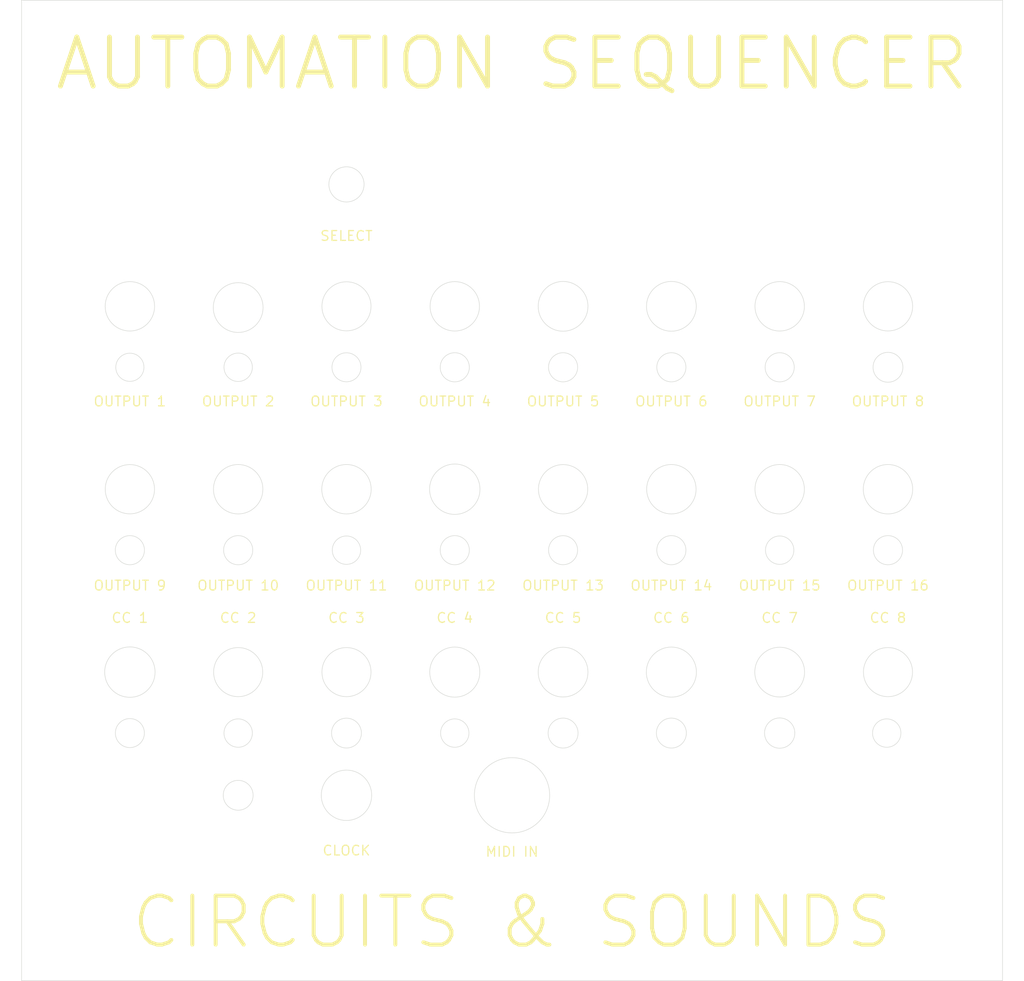
<source format=kicad_pcb>
(kicad_pcb (version 20221018) (generator pcbnew)
  (layers (0 "F.Cu" signal) (31 "B.Cu" signal) (34 "B.Paste" user) (35 "F.Paste" user) (36 "B.SilkS" user "B.Silkscreen") (37 "F.SilkS" user "F.Silkscreen") (38 "B.Mask" user) (39 "F.Mask" user) (44 "Edge.Cuts" user))
  (net 0 "")
  (footprint "MountingHole:MountingHole_3.2mm_M3" (layer "F.Cu") (at 291.592 55.88)
    (fp_text reference "REF**" hide)
    (fp_text value "MountingHole_3.2mm_M3")
    (pad "" np_thru_hole circle (at 0 0) (size 3.2 3.2) (drill 3.2) (layers "F&B.Cu" "*.Mask"))
  )
  (footprint "MountingHole:MountingHole_3.2mm_M3" (layer "F.Cu") (at 206.502 213.106)
    (fp_text reference "REF**" hide)
    (fp_text value "MountingHole_3.2mm_M3")
    (pad "" np_thru_hole circle (at 0 0) (size 3.2 3.2) (drill 3.2) (layers "*.Cu" "*.Mask"))
  )
  (footprint "MountingHole:MountingHole_3.2mm_M3" (layer "F.Cu") (at 101.6 55.88)
    (fp_text reference "REF**" hide)
    (fp_text value "MountingHole_3.2mm_M3")
    (pad "" np_thru_hole circle (at 0 0) (size 3.2 3.2) (drill 3.2) (layers "*.Cu" "*.Mask"))
  )
  (footprint "MountingHole:MountingHole_3.2mm_M3" (layer "F.Cu") (at 186.69 213.106)
    (fp_text reference "REF**" hide)
    (fp_text value "MountingHole_3.2mm_M3")
    (pad "" np_thru_hole circle (at 0 0) (size 3.2 3.2) (drill 3.2) (layers "F&B.Cu" "*.Mask"))
  )
  (footprint "MountingHole:MountingHole_3.2mm_M3" (layer "F.Cu") (at 291.592 245.872)
    (fp_text reference "REF**" hide)
    (fp_text value "MountingHole_3.2mm_M3")
    (pad "" np_thru_hole circle (at 0 0) (size 3.2 3.2) (drill 3.2) (layers "F&B.Cu" "*.Mask"))
  )
  (footprint "MountingHole:MountingHole_3.2mm_M3" (layer "F.Cu") (at 101.6 245.872)
    (fp_text reference "REF**" hide)
    (fp_text value "MountingHole_3.2mm_M3")
    (pad "" np_thru_hole circle (at 0 0) (size 3.2 3.2) (drill 3.2) (layers "F&B.Cu" "*.Mask"))
  )
  (gr_circle (center 140.716 163.068) (end 141.732 165.862) (stroke (width 0.1)) (fill none) (layer "Edge.Cuts"))
  (gr_circle (center 273.304 150.622) (end 277.114 153.924) (stroke (width 0.1)) (fill none) (layer "Edge.Cuts"))
  (gr_circle (center 273.304 163.068) (end 274.32 165.862) (stroke (width 0.1)) (fill none) (layer "Edge.Cuts"))
  (gr_circle (center 273.304 113.284) (end 276.86 116.84) (stroke (width 0.1)) (fill none) (layer "Edge.Cuts"))
  (gr_circle (center 184.912 200.406) (end 185.674 203.2) (stroke (width 0.1)) (fill none) (layer "Edge.Cuts"))
  (gr_circle (center 251.206 187.96) (end 254.254 192.024) (stroke (width 0.1)) (fill none) (layer "Edge.Cuts"))
  (gr_circle (center 273.304 187.96) (end 275.844 192.278) (stroke (width 0.1)) (fill none) (layer "Edge.Cuts"))
  (gr_circle (center 196.596 213.106) (end 202.946 217.424) (stroke (width 0.1)) (fill none) (layer "Edge.Cuts"))
  (gr_circle (center 118.618 150.622) (end 122.174 154.178) (stroke (width 0.1)) (fill none) (layer "Edge.Cuts"))
  (gr_circle (center 140.716 125.73) (end 142.494 128.016) (stroke (width 0.1)) (fill none) (layer "Edge.Cuts"))
  (gr_circle (center 184.912 187.96) (end 187.198 192.532) (stroke (width 0.1)) (fill none) (layer "Edge.Cuts"))
  (gr_circle (center 207.01 150.622) (end 210.566 154.178) (stroke (width 0.1)) (fill none) (layer "Edge.Cuts"))
  (gr_circle (center 207.01 113.284) (end 211.074 116.332) (stroke (width 0.1)) (fill none) (layer "Edge.Cuts"))
  (gr_circle (center 229.108 150.622) (end 232.41 154.432) (stroke (width 0.1)) (fill none) (layer "Edge.Cuts"))
  (gr_circle (center 184.912 125.73) (end 185.928 128.524) (stroke (width 0.1)) (fill none) (layer "Edge.Cuts"))
  (gr_circle (center 251.206 150.622) (end 254.508 154.432) (stroke (width 0.1)) (fill none) (layer "Edge.Cuts"))
  (gr_circle (center 251.206 200.406) (end 251.714 203.454) (stroke (width 0.1)) (fill none) (layer "Edge.Cuts"))
  (gr_circle (center 229.108 187.96) (end 231.394 192.532) (stroke (width 0.1)) (fill none) (layer "Edge.Cuts"))
  (gr_circle (center 162.814 213.106) (end 167.132 215.9) (stroke (width 0.1)) (fill none) (layer "Edge.Cuts"))
  (gr_circle (center 229.108 113.284) (end 233.172 116.332) (stroke (width 0.1)) (fill none) (layer "Edge.Cuts"))
  (gr_circle (center 118.618 113.284) (end 122.428 116.586) (stroke (width 0.1)) (fill none) (layer "Edge.Cuts"))
  (gr_circle (center 251.206 125.73) (end 252.222 128.524) (stroke (width 0.1)) (fill none) (layer "Edge.Cuts"))
  (gr_circle (center 184.912 113.284) (end 188.722 116.586) (stroke (width 0.1)) (fill none) (layer "Edge.Cuts"))
  (gr_line (start 96.52 50.8) (end 96.52 250.952) (stroke (width 0.1)) (layer "Edge.Cuts"))
  (gr_circle (center 251.206 163.068) (end 251.968 165.862) (stroke (width 0.1)) (fill none) (layer "Edge.Cuts"))
  (gr_circle (center 140.716 200.406) (end 141.478 203.2) (stroke (width 0.1)) (fill none) (layer "Edge.Cuts"))
  (gr_circle (center 207.01 187.96) (end 210.058 192.024) (stroke (width 0.1)) (fill none) (layer "Edge.Cuts"))
  (gr_circle (center 184.912 163.068) (end 185.928 165.862) (stroke (width 0.1)) (fill none) (layer "Edge.Cuts"))
  (gr_circle (center 229.108 200.406) (end 229.362 203.454) (stroke (width 0.1)) (fill none) (layer "Edge.Cuts"))
  (gr_circle (center 273.05 200.406) (end 273.812 203.2) (stroke (width 0.1)) (fill none) (layer "Edge.Cuts"))
  (gr_circle (center 207.01 163.068) (end 208.534 165.608) (stroke (width 0.1)) (fill none) (layer "Edge.Cuts"))
  (gr_circle (center 140.716 150.622) (end 144.526 153.924) (stroke (width 0.1)) (fill none) (layer "Edge.Cuts"))
  (gr_circle (center 162.814 150.622) (end 166.116 154.432) (stroke (width 0.1)) (fill none) (layer "Edge.Cuts"))
  (gr_circle (center 118.618 163.068) (end 119.634 165.862) (stroke (width 0.1)) (fill none) (layer "Edge.Cuts"))
  (gr_circle (center 229.108 163.068) (end 230.124 165.862) (stroke (width 0.1)) (fill none) (layer "Edge.Cuts"))
  (gr_circle (center 118.618 125.73) (end 120.65 127.762) (stroke (width 0.1)) (fill none) (layer "Edge.Cuts"))
  (gr_circle (center 140.716 187.96) (end 143.256 192.278) (stroke (width 0.1)) (fill none) (layer "Edge.Cuts"))
  (gr_circle (center 118.618 187.96) (end 121.412 192.278) (stroke (width 0.1)) (fill none) (layer "Edge.Cuts"))
  (gr_circle (center 162.814 125.73) (end 164.338 128.27) (stroke (width 0.1)) (fill none) (layer "Edge.Cuts"))
  (gr_circle (center 229.108 125.73) (end 230.124 128.524) (stroke (width 0.1)) (fill none) (layer "Edge.Cuts"))
  (gr_line (start 96.52 250.952) (end 296.672 250.952) (stroke (width 0.1)) (layer "Edge.Cuts"))
  (gr_circle (center 140.716 213.106) (end 140.716 216.154) (stroke (width 0.1)) (fill none) (layer "Edge.Cuts"))
  (gr_circle (center 273.304 125.73) (end 273.304 128.778) (stroke (width 0.1)) (fill none) (layer "Edge.Cuts"))
  (gr_circle (center 207.01 200.406) (end 207.264 203.454) (stroke (width 0.1)) (fill none) (layer "Edge.Cuts"))
  (gr_line (start 296.672 50.8) (end 296.672 250.952) (stroke (width 0.1)) (layer "Edge.Cuts"))
  (gr_circle (center 184.912 150.622) (end 189.23 153.416) (stroke (width 0.1)) (fill none) (layer "Edge.Cuts"))
  (gr_circle (center 162.814 200.406) (end 162.814 203.454) (stroke (width 0.1)) (fill none) (layer "Edge.Cuts"))
  (gr_circle (center 251.206 113.284) (end 254.508 117.094) (stroke (width 0.1)) (fill none) (layer "Edge.Cuts"))
  (gr_circle (center 207.01 125.73) (end 208.026 128.524) (stroke (width 0.1)) (fill none) (layer "Edge.Cuts"))
  (gr_circle (center 162.814 88.392) (end 165.354 90.932) (stroke (width 0.1)) (fill none) (layer "Edge.Cuts"))
  (gr_line (start 296.672 50.8) (end 96.52 50.8) (stroke (width 0.1)) (layer "Edge.Cuts"))
  (gr_circle (center 162.814 187.96) (end 165.354 192.278) (stroke (width 0.1)) (fill none) (layer "Edge.Cuts"))
  (gr_circle (center 118.618 200.406) (end 120.142 202.946) (stroke (width 0.1)) (fill none) (layer "Edge.Cuts"))
  (gr_circle (center 162.814 113.284) (end 167.132 115.824) (stroke (width 0.1)) (fill none) (layer "Edge.Cuts"))
  (gr_circle (center 140.716 113.538) (end 143.764 117.602) (stroke (width 0.1)) (fill none) (layer "Edge.Cuts"))
  (gr_circle (center 162.814 163.068) (end 163.576 165.862) (stroke (width 0.1)) (fill none) (layer "Edge.Cuts"))
  (gr_text "CC 4" (at 184.912 178.054) (layer "F.SilkS") (effects (font (size 2 2) (thickness 0.25)) (justify bottom)))
  (gr_text "OUTPUT 7" (at 251.206 133.858) (layer "F.SilkS") (effects (font (size 2 2) (thickness 0.25)) (justify bottom)))
  (gr_text "CC 2" (at 140.716 178.054) (layer "F.SilkS") (effects (font (size 2 2) (thickness 0.25)) (justify bottom)))
  (gr_text "CLOCK" (at 162.814 225.552) (layer "F.SilkS") (effects (font (size 2 2) (thickness 0.25)) (justify bottom)))
  (gr_text "OUTPUT 8" (at 273.304 133.858) (layer "F.SilkS") (effects (font (size 2 2) (thickness 0.25)) (justify bottom)))
  (gr_text "OUTPUT 13" (at 207.01 171.45) (layer "F.SilkS") (effects (font (size 2 2) (thickness 0.25)) (justify bottom)))
  (gr_text "CC 8" (at 273.304 178.054) (layer "F.SilkS") (effects (font (size 2 2) (thickness 0.25)) (justify bottom)))
  (gr_text "OUTPUT 9" (at 118.618 171.45) (layer "F.SilkS") (effects (font (size 2 2) (thickness 0.25)) (justify bottom)))
  (gr_text "OUTPUT 12" (at 184.912 171.45) (layer "F.SilkS") (effects (font (size 2 2) (thickness 0.25)) (justify bottom)))
  (gr_text "OUTPUT 11" (at 162.814 171.45) (layer "F.SilkS") (effects (font (size 2 2) (thickness 0.25)) (justify bottom)))
  (gr_text "SELECT" (at 162.814 100.076) (layer "F.SilkS") (effects (font (size 2 2) (thickness 0.25)) (justify bottom)))
  (gr_text "OUTPUT 14" (at 229.108 171.45) (layer "F.SilkS") (effects (font (size 2 2) (thickness 0.25)) (justify bottom)))
  (gr_text "OUTPUT 1" (at 118.618 133.858) (layer "F.SilkS") (effects (font (size 2 2) (thickness 0.25)) (justify bottom)))
  (gr_text "OUTPUT 10" (at 140.716 171.45) (layer "F.SilkS") (effects (font (size 2 2) (thickness 0.25)) (justify bottom)))
  (gr_text "OUTPUT 3" (at 162.814 133.858) (layer "F.SilkS") (effects (font (size 2 2) (thickness 0.25)) (justify bottom)))
  (gr_text "CIRCUITS & SOUNDS" (at 196.596 244.856) (layer "F.SilkS") (effects (font (size 10 10) (thickness 0.8)) (justify bottom)))
  (gr_text "OUTPUT 15" (at 251.206 171.45) (layer "F.SilkS") (effects (font (size 2 2) (thickness 0.25)) (justify bottom)))
  (gr_text "AUTOMATION SEQUENCER" (at 196.596 69.596) (layer "F.SilkS") (effects (font (size 10 10) (thickness 1)) (justify bottom)))
  (gr_text "OUTPUT 4" (at 184.912 133.858) (layer "F.SilkS") (effects (font (size 2 2) (thickness 0.25)) (justify bottom)))
  (gr_text "CC 1" (at 118.618 178.054) (layer "F.SilkS") (effects (font (size 2 2) (thickness 0.25)) (justify bottom)))
  (gr_text "CC 6" (at 229.108 178.054) (layer "F.SilkS") (effects (font (size 2 2) (thickness 0.25)) (justify bottom)))
  (gr_text "OUTPUT 5" (at 207.01 133.858) (layer "F.SilkS") (effects (font (size 2 2) (thickness 0.25)) (justify bottom)))
  (gr_text "OUTPUT 16" (at 273.304 171.45) (layer "F.SilkS") (effects (font (size 2 2) (thickness 0.25)) (justify bottom)))
  (gr_text "CC 5" (at 207.01 178.054) (layer "F.SilkS") (effects (font (size 2 2) (thickness 0.25)) (justify bottom)))
  (gr_text "CC 7" (at 251.206 178.054) (layer "F.SilkS") (effects (font (size 2 2) (thickness 0.25)) (justify bottom)))
  (gr_text "OUTPUT 6" (at 229.108 133.858) (layer "F.SilkS") (effects (font (size 2 2) (thickness 0.25)) (justify bottom)))
  (gr_text "CC 3" (at 162.814 178.054) (layer "F.SilkS") (effects (font (size 2 2) (thickness 0.25)) (justify bottom)))
  (gr_text "OUTPUT 2" (at 140.716 133.858) (layer "F.SilkS") (effects (font (size 2 2) (thickness 0.25)) (justify bottom)))
  (gr_text "MIDI IN" (at 196.596 225.806) (layer "F.SilkS") (effects (font (size 2 2) (thickness 0.25)) (justify bottom)))
)
</source>
